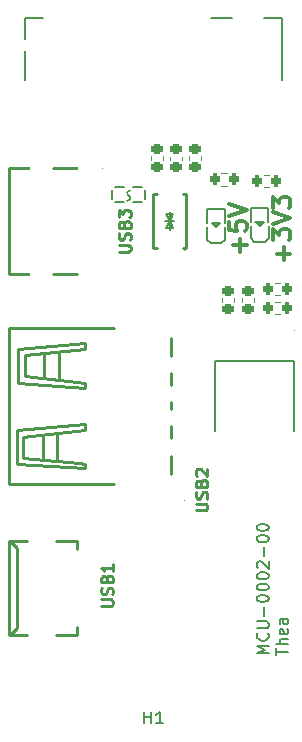
<source format=gbr>
%TF.GenerationSoftware,KiCad,Pcbnew,7.0.5*%
%TF.CreationDate,2023-08-28T16:59:48-05:00*%
%TF.ProjectId,Chimera_0002_thea,4368696d-6572-4615-9f30-3030325f7468,rev?*%
%TF.SameCoordinates,Original*%
%TF.FileFunction,Legend,Top*%
%TF.FilePolarity,Positive*%
%FSLAX46Y46*%
G04 Gerber Fmt 4.6, Leading zero omitted, Abs format (unit mm)*
G04 Created by KiCad (PCBNEW 7.0.5) date 2023-08-28 16:59:48*
%MOMM*%
%LPD*%
G01*
G04 APERTURE LIST*
G04 Aperture macros list*
%AMRoundRect*
0 Rectangle with rounded corners*
0 $1 Rounding radius*
0 $2 $3 $4 $5 $6 $7 $8 $9 X,Y pos of 4 corners*
0 Add a 4 corners polygon primitive as box body*
4,1,4,$2,$3,$4,$5,$6,$7,$8,$9,$2,$3,0*
0 Add four circle primitives for the rounded corners*
1,1,$1+$1,$2,$3*
1,1,$1+$1,$4,$5*
1,1,$1+$1,$6,$7*
1,1,$1+$1,$8,$9*
0 Add four rect primitives between the rounded corners*
20,1,$1+$1,$2,$3,$4,$5,0*
20,1,$1+$1,$4,$5,$6,$7,0*
20,1,$1+$1,$6,$7,$8,$9,0*
20,1,$1+$1,$8,$9,$2,$3,0*%
G04 Aperture macros list end*
%ADD10C,0.200000*%
%ADD11C,0.220000*%
%ADD12C,0.300000*%
%ADD13C,0.150000*%
%ADD14C,0.254000*%
%ADD15C,0.127000*%
%ADD16C,0.059995*%
%ADD17C,0.120000*%
%ADD18C,0.151994*%
%ADD19C,0.152400*%
%ADD20C,0.150013*%
%ADD21C,0.100000*%
%ADD22C,3.600000*%
%ADD23C,6.400000*%
%ADD24R,1.800000X2.000000*%
%ADD25RoundRect,0.225000X-0.250000X0.225000X-0.250000X-0.225000X0.250000X-0.225000X0.250000X0.225000X0*%
%ADD26RoundRect,0.200000X0.200000X0.275000X-0.200000X0.275000X-0.200000X-0.275000X0.200000X-0.275000X0*%
%ADD27C,1.200000*%
%ADD28C,1.800000*%
%ADD29R,0.300000X1.550013*%
%ADD30R,0.300000X1.524003*%
%ADD31R,1.300000X2.800000*%
%ADD32RoundRect,0.225000X0.250000X-0.225000X0.250000X0.225000X-0.250000X0.225000X-0.250000X-0.225000X0*%
%ADD33C,1.400051*%
%ADD34R,3.000000X1.000000*%
%ADD35R,5.499873X3.000000*%
%ADD36R,1.250013X0.400000*%
%ADD37O,2.200000X1.300000*%
%ADD38R,6.000000X6.500025*%
%ADD39R,0.806477X0.864008*%
%ADD40R,0.800000X0.800000*%
%ADD41C,0.649987*%
%ADD42O,2.100000X1.000000*%
%ADD43O,1.800000X1.000000*%
%ADD44R,1.240005X0.600000*%
%ADD45R,1.240005X0.300000*%
G04 APERTURE END LIST*
D10*
X122257219Y-148630326D02*
X121257219Y-148630326D01*
X121257219Y-148630326D02*
X121971504Y-148296993D01*
X121971504Y-148296993D02*
X121257219Y-147963660D01*
X121257219Y-147963660D02*
X122257219Y-147963660D01*
X122161980Y-146916041D02*
X122209600Y-146963660D01*
X122209600Y-146963660D02*
X122257219Y-147106517D01*
X122257219Y-147106517D02*
X122257219Y-147201755D01*
X122257219Y-147201755D02*
X122209600Y-147344612D01*
X122209600Y-147344612D02*
X122114361Y-147439850D01*
X122114361Y-147439850D02*
X122019123Y-147487469D01*
X122019123Y-147487469D02*
X121828647Y-147535088D01*
X121828647Y-147535088D02*
X121685790Y-147535088D01*
X121685790Y-147535088D02*
X121495314Y-147487469D01*
X121495314Y-147487469D02*
X121400076Y-147439850D01*
X121400076Y-147439850D02*
X121304838Y-147344612D01*
X121304838Y-147344612D02*
X121257219Y-147201755D01*
X121257219Y-147201755D02*
X121257219Y-147106517D01*
X121257219Y-147106517D02*
X121304838Y-146963660D01*
X121304838Y-146963660D02*
X121352457Y-146916041D01*
X121257219Y-146487469D02*
X122066742Y-146487469D01*
X122066742Y-146487469D02*
X122161980Y-146439850D01*
X122161980Y-146439850D02*
X122209600Y-146392231D01*
X122209600Y-146392231D02*
X122257219Y-146296993D01*
X122257219Y-146296993D02*
X122257219Y-146106517D01*
X122257219Y-146106517D02*
X122209600Y-146011279D01*
X122209600Y-146011279D02*
X122161980Y-145963660D01*
X122161980Y-145963660D02*
X122066742Y-145916041D01*
X122066742Y-145916041D02*
X121257219Y-145916041D01*
X121876266Y-145439850D02*
X121876266Y-144677946D01*
X121257219Y-144011279D02*
X121257219Y-143916041D01*
X121257219Y-143916041D02*
X121304838Y-143820803D01*
X121304838Y-143820803D02*
X121352457Y-143773184D01*
X121352457Y-143773184D02*
X121447695Y-143725565D01*
X121447695Y-143725565D02*
X121638171Y-143677946D01*
X121638171Y-143677946D02*
X121876266Y-143677946D01*
X121876266Y-143677946D02*
X122066742Y-143725565D01*
X122066742Y-143725565D02*
X122161980Y-143773184D01*
X122161980Y-143773184D02*
X122209600Y-143820803D01*
X122209600Y-143820803D02*
X122257219Y-143916041D01*
X122257219Y-143916041D02*
X122257219Y-144011279D01*
X122257219Y-144011279D02*
X122209600Y-144106517D01*
X122209600Y-144106517D02*
X122161980Y-144154136D01*
X122161980Y-144154136D02*
X122066742Y-144201755D01*
X122066742Y-144201755D02*
X121876266Y-144249374D01*
X121876266Y-144249374D02*
X121638171Y-144249374D01*
X121638171Y-144249374D02*
X121447695Y-144201755D01*
X121447695Y-144201755D02*
X121352457Y-144154136D01*
X121352457Y-144154136D02*
X121304838Y-144106517D01*
X121304838Y-144106517D02*
X121257219Y-144011279D01*
X121257219Y-143058898D02*
X121257219Y-142963660D01*
X121257219Y-142963660D02*
X121304838Y-142868422D01*
X121304838Y-142868422D02*
X121352457Y-142820803D01*
X121352457Y-142820803D02*
X121447695Y-142773184D01*
X121447695Y-142773184D02*
X121638171Y-142725565D01*
X121638171Y-142725565D02*
X121876266Y-142725565D01*
X121876266Y-142725565D02*
X122066742Y-142773184D01*
X122066742Y-142773184D02*
X122161980Y-142820803D01*
X122161980Y-142820803D02*
X122209600Y-142868422D01*
X122209600Y-142868422D02*
X122257219Y-142963660D01*
X122257219Y-142963660D02*
X122257219Y-143058898D01*
X122257219Y-143058898D02*
X122209600Y-143154136D01*
X122209600Y-143154136D02*
X122161980Y-143201755D01*
X122161980Y-143201755D02*
X122066742Y-143249374D01*
X122066742Y-143249374D02*
X121876266Y-143296993D01*
X121876266Y-143296993D02*
X121638171Y-143296993D01*
X121638171Y-143296993D02*
X121447695Y-143249374D01*
X121447695Y-143249374D02*
X121352457Y-143201755D01*
X121352457Y-143201755D02*
X121304838Y-143154136D01*
X121304838Y-143154136D02*
X121257219Y-143058898D01*
X121257219Y-142106517D02*
X121257219Y-142011279D01*
X121257219Y-142011279D02*
X121304838Y-141916041D01*
X121304838Y-141916041D02*
X121352457Y-141868422D01*
X121352457Y-141868422D02*
X121447695Y-141820803D01*
X121447695Y-141820803D02*
X121638171Y-141773184D01*
X121638171Y-141773184D02*
X121876266Y-141773184D01*
X121876266Y-141773184D02*
X122066742Y-141820803D01*
X122066742Y-141820803D02*
X122161980Y-141868422D01*
X122161980Y-141868422D02*
X122209600Y-141916041D01*
X122209600Y-141916041D02*
X122257219Y-142011279D01*
X122257219Y-142011279D02*
X122257219Y-142106517D01*
X122257219Y-142106517D02*
X122209600Y-142201755D01*
X122209600Y-142201755D02*
X122161980Y-142249374D01*
X122161980Y-142249374D02*
X122066742Y-142296993D01*
X122066742Y-142296993D02*
X121876266Y-142344612D01*
X121876266Y-142344612D02*
X121638171Y-142344612D01*
X121638171Y-142344612D02*
X121447695Y-142296993D01*
X121447695Y-142296993D02*
X121352457Y-142249374D01*
X121352457Y-142249374D02*
X121304838Y-142201755D01*
X121304838Y-142201755D02*
X121257219Y-142106517D01*
X121352457Y-141392231D02*
X121304838Y-141344612D01*
X121304838Y-141344612D02*
X121257219Y-141249374D01*
X121257219Y-141249374D02*
X121257219Y-141011279D01*
X121257219Y-141011279D02*
X121304838Y-140916041D01*
X121304838Y-140916041D02*
X121352457Y-140868422D01*
X121352457Y-140868422D02*
X121447695Y-140820803D01*
X121447695Y-140820803D02*
X121542933Y-140820803D01*
X121542933Y-140820803D02*
X121685790Y-140868422D01*
X121685790Y-140868422D02*
X122257219Y-141439850D01*
X122257219Y-141439850D02*
X122257219Y-140820803D01*
X121876266Y-140392231D02*
X121876266Y-139630327D01*
X121257219Y-138963660D02*
X121257219Y-138868422D01*
X121257219Y-138868422D02*
X121304838Y-138773184D01*
X121304838Y-138773184D02*
X121352457Y-138725565D01*
X121352457Y-138725565D02*
X121447695Y-138677946D01*
X121447695Y-138677946D02*
X121638171Y-138630327D01*
X121638171Y-138630327D02*
X121876266Y-138630327D01*
X121876266Y-138630327D02*
X122066742Y-138677946D01*
X122066742Y-138677946D02*
X122161980Y-138725565D01*
X122161980Y-138725565D02*
X122209600Y-138773184D01*
X122209600Y-138773184D02*
X122257219Y-138868422D01*
X122257219Y-138868422D02*
X122257219Y-138963660D01*
X122257219Y-138963660D02*
X122209600Y-139058898D01*
X122209600Y-139058898D02*
X122161980Y-139106517D01*
X122161980Y-139106517D02*
X122066742Y-139154136D01*
X122066742Y-139154136D02*
X121876266Y-139201755D01*
X121876266Y-139201755D02*
X121638171Y-139201755D01*
X121638171Y-139201755D02*
X121447695Y-139154136D01*
X121447695Y-139154136D02*
X121352457Y-139106517D01*
X121352457Y-139106517D02*
X121304838Y-139058898D01*
X121304838Y-139058898D02*
X121257219Y-138963660D01*
X121257219Y-138011279D02*
X121257219Y-137916041D01*
X121257219Y-137916041D02*
X121304838Y-137820803D01*
X121304838Y-137820803D02*
X121352457Y-137773184D01*
X121352457Y-137773184D02*
X121447695Y-137725565D01*
X121447695Y-137725565D02*
X121638171Y-137677946D01*
X121638171Y-137677946D02*
X121876266Y-137677946D01*
X121876266Y-137677946D02*
X122066742Y-137725565D01*
X122066742Y-137725565D02*
X122161980Y-137773184D01*
X122161980Y-137773184D02*
X122209600Y-137820803D01*
X122209600Y-137820803D02*
X122257219Y-137916041D01*
X122257219Y-137916041D02*
X122257219Y-138011279D01*
X122257219Y-138011279D02*
X122209600Y-138106517D01*
X122209600Y-138106517D02*
X122161980Y-138154136D01*
X122161980Y-138154136D02*
X122066742Y-138201755D01*
X122066742Y-138201755D02*
X121876266Y-138249374D01*
X121876266Y-138249374D02*
X121638171Y-138249374D01*
X121638171Y-138249374D02*
X121447695Y-138201755D01*
X121447695Y-138201755D02*
X121352457Y-138154136D01*
X121352457Y-138154136D02*
X121304838Y-138106517D01*
X121304838Y-138106517D02*
X121257219Y-138011279D01*
X122867219Y-148773183D02*
X122867219Y-148201755D01*
X123867219Y-148487469D02*
X122867219Y-148487469D01*
X123867219Y-147868421D02*
X122867219Y-147868421D01*
X123867219Y-147439850D02*
X123343409Y-147439850D01*
X123343409Y-147439850D02*
X123248171Y-147487469D01*
X123248171Y-147487469D02*
X123200552Y-147582707D01*
X123200552Y-147582707D02*
X123200552Y-147725564D01*
X123200552Y-147725564D02*
X123248171Y-147820802D01*
X123248171Y-147820802D02*
X123295790Y-147868421D01*
X123819600Y-146582707D02*
X123867219Y-146677945D01*
X123867219Y-146677945D02*
X123867219Y-146868421D01*
X123867219Y-146868421D02*
X123819600Y-146963659D01*
X123819600Y-146963659D02*
X123724361Y-147011278D01*
X123724361Y-147011278D02*
X123343409Y-147011278D01*
X123343409Y-147011278D02*
X123248171Y-146963659D01*
X123248171Y-146963659D02*
X123200552Y-146868421D01*
X123200552Y-146868421D02*
X123200552Y-146677945D01*
X123200552Y-146677945D02*
X123248171Y-146582707D01*
X123248171Y-146582707D02*
X123343409Y-146535088D01*
X123343409Y-146535088D02*
X123438647Y-146535088D01*
X123438647Y-146535088D02*
X123533885Y-147011278D01*
X123867219Y-145677945D02*
X123343409Y-145677945D01*
X123343409Y-145677945D02*
X123248171Y-145725564D01*
X123248171Y-145725564D02*
X123200552Y-145820802D01*
X123200552Y-145820802D02*
X123200552Y-146011278D01*
X123200552Y-146011278D02*
X123248171Y-146106516D01*
X123819600Y-145677945D02*
X123867219Y-145773183D01*
X123867219Y-145773183D02*
X123867219Y-146011278D01*
X123867219Y-146011278D02*
X123819600Y-146106516D01*
X123819600Y-146106516D02*
X123724361Y-146154135D01*
X123724361Y-146154135D02*
X123629123Y-146154135D01*
X123629123Y-146154135D02*
X123533885Y-146106516D01*
X123533885Y-146106516D02*
X123486266Y-146011278D01*
X123486266Y-146011278D02*
X123486266Y-145773183D01*
X123486266Y-145773183D02*
X123438647Y-145677945D01*
D11*
X109566179Y-114617168D02*
X110375702Y-114617168D01*
X110375702Y-114617168D02*
X110470940Y-114569549D01*
X110470940Y-114569549D02*
X110518560Y-114521930D01*
X110518560Y-114521930D02*
X110566179Y-114426692D01*
X110566179Y-114426692D02*
X110566179Y-114236216D01*
X110566179Y-114236216D02*
X110518560Y-114140978D01*
X110518560Y-114140978D02*
X110470940Y-114093359D01*
X110470940Y-114093359D02*
X110375702Y-114045740D01*
X110375702Y-114045740D02*
X109566179Y-114045740D01*
X110518560Y-113617168D02*
X110566179Y-113474311D01*
X110566179Y-113474311D02*
X110566179Y-113236216D01*
X110566179Y-113236216D02*
X110518560Y-113140978D01*
X110518560Y-113140978D02*
X110470940Y-113093359D01*
X110470940Y-113093359D02*
X110375702Y-113045740D01*
X110375702Y-113045740D02*
X110280464Y-113045740D01*
X110280464Y-113045740D02*
X110185226Y-113093359D01*
X110185226Y-113093359D02*
X110137607Y-113140978D01*
X110137607Y-113140978D02*
X110089988Y-113236216D01*
X110089988Y-113236216D02*
X110042369Y-113426692D01*
X110042369Y-113426692D02*
X109994750Y-113521930D01*
X109994750Y-113521930D02*
X109947131Y-113569549D01*
X109947131Y-113569549D02*
X109851893Y-113617168D01*
X109851893Y-113617168D02*
X109756655Y-113617168D01*
X109756655Y-113617168D02*
X109661417Y-113569549D01*
X109661417Y-113569549D02*
X109613798Y-113521930D01*
X109613798Y-113521930D02*
X109566179Y-113426692D01*
X109566179Y-113426692D02*
X109566179Y-113188597D01*
X109566179Y-113188597D02*
X109613798Y-113045740D01*
X110042369Y-112283835D02*
X110089988Y-112140978D01*
X110089988Y-112140978D02*
X110137607Y-112093359D01*
X110137607Y-112093359D02*
X110232845Y-112045740D01*
X110232845Y-112045740D02*
X110375702Y-112045740D01*
X110375702Y-112045740D02*
X110470940Y-112093359D01*
X110470940Y-112093359D02*
X110518560Y-112140978D01*
X110518560Y-112140978D02*
X110566179Y-112236216D01*
X110566179Y-112236216D02*
X110566179Y-112617168D01*
X110566179Y-112617168D02*
X109566179Y-112617168D01*
X109566179Y-112617168D02*
X109566179Y-112283835D01*
X109566179Y-112283835D02*
X109613798Y-112188597D01*
X109613798Y-112188597D02*
X109661417Y-112140978D01*
X109661417Y-112140978D02*
X109756655Y-112093359D01*
X109756655Y-112093359D02*
X109851893Y-112093359D01*
X109851893Y-112093359D02*
X109947131Y-112140978D01*
X109947131Y-112140978D02*
X109994750Y-112188597D01*
X109994750Y-112188597D02*
X110042369Y-112283835D01*
X110042369Y-112283835D02*
X110042369Y-112617168D01*
X109566179Y-111712406D02*
X109566179Y-111093359D01*
X109566179Y-111093359D02*
X109947131Y-111426692D01*
X109947131Y-111426692D02*
X109947131Y-111283835D01*
X109947131Y-111283835D02*
X109994750Y-111188597D01*
X109994750Y-111188597D02*
X110042369Y-111140978D01*
X110042369Y-111140978D02*
X110137607Y-111093359D01*
X110137607Y-111093359D02*
X110375702Y-111093359D01*
X110375702Y-111093359D02*
X110470940Y-111140978D01*
X110470940Y-111140978D02*
X110518560Y-111188597D01*
X110518560Y-111188597D02*
X110566179Y-111283835D01*
X110566179Y-111283835D02*
X110566179Y-111569549D01*
X110566179Y-111569549D02*
X110518560Y-111664787D01*
X110518560Y-111664787D02*
X110470940Y-111712406D01*
X116066179Y-136517168D02*
X116875702Y-136517168D01*
X116875702Y-136517168D02*
X116970940Y-136469549D01*
X116970940Y-136469549D02*
X117018560Y-136421930D01*
X117018560Y-136421930D02*
X117066179Y-136326692D01*
X117066179Y-136326692D02*
X117066179Y-136136216D01*
X117066179Y-136136216D02*
X117018560Y-136040978D01*
X117018560Y-136040978D02*
X116970940Y-135993359D01*
X116970940Y-135993359D02*
X116875702Y-135945740D01*
X116875702Y-135945740D02*
X116066179Y-135945740D01*
X117018560Y-135517168D02*
X117066179Y-135374311D01*
X117066179Y-135374311D02*
X117066179Y-135136216D01*
X117066179Y-135136216D02*
X117018560Y-135040978D01*
X117018560Y-135040978D02*
X116970940Y-134993359D01*
X116970940Y-134993359D02*
X116875702Y-134945740D01*
X116875702Y-134945740D02*
X116780464Y-134945740D01*
X116780464Y-134945740D02*
X116685226Y-134993359D01*
X116685226Y-134993359D02*
X116637607Y-135040978D01*
X116637607Y-135040978D02*
X116589988Y-135136216D01*
X116589988Y-135136216D02*
X116542369Y-135326692D01*
X116542369Y-135326692D02*
X116494750Y-135421930D01*
X116494750Y-135421930D02*
X116447131Y-135469549D01*
X116447131Y-135469549D02*
X116351893Y-135517168D01*
X116351893Y-135517168D02*
X116256655Y-135517168D01*
X116256655Y-135517168D02*
X116161417Y-135469549D01*
X116161417Y-135469549D02*
X116113798Y-135421930D01*
X116113798Y-135421930D02*
X116066179Y-135326692D01*
X116066179Y-135326692D02*
X116066179Y-135088597D01*
X116066179Y-135088597D02*
X116113798Y-134945740D01*
X116542369Y-134183835D02*
X116589988Y-134040978D01*
X116589988Y-134040978D02*
X116637607Y-133993359D01*
X116637607Y-133993359D02*
X116732845Y-133945740D01*
X116732845Y-133945740D02*
X116875702Y-133945740D01*
X116875702Y-133945740D02*
X116970940Y-133993359D01*
X116970940Y-133993359D02*
X117018560Y-134040978D01*
X117018560Y-134040978D02*
X117066179Y-134136216D01*
X117066179Y-134136216D02*
X117066179Y-134517168D01*
X117066179Y-134517168D02*
X116066179Y-134517168D01*
X116066179Y-134517168D02*
X116066179Y-134183835D01*
X116066179Y-134183835D02*
X116113798Y-134088597D01*
X116113798Y-134088597D02*
X116161417Y-134040978D01*
X116161417Y-134040978D02*
X116256655Y-133993359D01*
X116256655Y-133993359D02*
X116351893Y-133993359D01*
X116351893Y-133993359D02*
X116447131Y-134040978D01*
X116447131Y-134040978D02*
X116494750Y-134088597D01*
X116494750Y-134088597D02*
X116542369Y-134183835D01*
X116542369Y-134183835D02*
X116542369Y-134517168D01*
X116161417Y-133564787D02*
X116113798Y-133517168D01*
X116113798Y-133517168D02*
X116066179Y-133421930D01*
X116066179Y-133421930D02*
X116066179Y-133183835D01*
X116066179Y-133183835D02*
X116113798Y-133088597D01*
X116113798Y-133088597D02*
X116161417Y-133040978D01*
X116161417Y-133040978D02*
X116256655Y-132993359D01*
X116256655Y-132993359D02*
X116351893Y-132993359D01*
X116351893Y-132993359D02*
X116494750Y-133040978D01*
X116494750Y-133040978D02*
X117066179Y-133612406D01*
X117066179Y-133612406D02*
X117066179Y-132993359D01*
X108066179Y-144617168D02*
X108875702Y-144617168D01*
X108875702Y-144617168D02*
X108970940Y-144569549D01*
X108970940Y-144569549D02*
X109018560Y-144521930D01*
X109018560Y-144521930D02*
X109066179Y-144426692D01*
X109066179Y-144426692D02*
X109066179Y-144236216D01*
X109066179Y-144236216D02*
X109018560Y-144140978D01*
X109018560Y-144140978D02*
X108970940Y-144093359D01*
X108970940Y-144093359D02*
X108875702Y-144045740D01*
X108875702Y-144045740D02*
X108066179Y-144045740D01*
X109018560Y-143617168D02*
X109066179Y-143474311D01*
X109066179Y-143474311D02*
X109066179Y-143236216D01*
X109066179Y-143236216D02*
X109018560Y-143140978D01*
X109018560Y-143140978D02*
X108970940Y-143093359D01*
X108970940Y-143093359D02*
X108875702Y-143045740D01*
X108875702Y-143045740D02*
X108780464Y-143045740D01*
X108780464Y-143045740D02*
X108685226Y-143093359D01*
X108685226Y-143093359D02*
X108637607Y-143140978D01*
X108637607Y-143140978D02*
X108589988Y-143236216D01*
X108589988Y-143236216D02*
X108542369Y-143426692D01*
X108542369Y-143426692D02*
X108494750Y-143521930D01*
X108494750Y-143521930D02*
X108447131Y-143569549D01*
X108447131Y-143569549D02*
X108351893Y-143617168D01*
X108351893Y-143617168D02*
X108256655Y-143617168D01*
X108256655Y-143617168D02*
X108161417Y-143569549D01*
X108161417Y-143569549D02*
X108113798Y-143521930D01*
X108113798Y-143521930D02*
X108066179Y-143426692D01*
X108066179Y-143426692D02*
X108066179Y-143188597D01*
X108066179Y-143188597D02*
X108113798Y-143045740D01*
X108542369Y-142283835D02*
X108589988Y-142140978D01*
X108589988Y-142140978D02*
X108637607Y-142093359D01*
X108637607Y-142093359D02*
X108732845Y-142045740D01*
X108732845Y-142045740D02*
X108875702Y-142045740D01*
X108875702Y-142045740D02*
X108970940Y-142093359D01*
X108970940Y-142093359D02*
X109018560Y-142140978D01*
X109018560Y-142140978D02*
X109066179Y-142236216D01*
X109066179Y-142236216D02*
X109066179Y-142617168D01*
X109066179Y-142617168D02*
X108066179Y-142617168D01*
X108066179Y-142617168D02*
X108066179Y-142283835D01*
X108066179Y-142283835D02*
X108113798Y-142188597D01*
X108113798Y-142188597D02*
X108161417Y-142140978D01*
X108161417Y-142140978D02*
X108256655Y-142093359D01*
X108256655Y-142093359D02*
X108351893Y-142093359D01*
X108351893Y-142093359D02*
X108447131Y-142140978D01*
X108447131Y-142140978D02*
X108494750Y-142188597D01*
X108494750Y-142188597D02*
X108542369Y-142283835D01*
X108542369Y-142283835D02*
X108542369Y-142617168D01*
X109066179Y-141093359D02*
X109066179Y-141664787D01*
X109066179Y-141379073D02*
X108066179Y-141379073D01*
X108066179Y-141379073D02*
X108209036Y-141474311D01*
X108209036Y-141474311D02*
X108304274Y-141569549D01*
X108304274Y-141569549D02*
X108351893Y-141664787D01*
D12*
X123529400Y-115345489D02*
X123529400Y-114202632D01*
X124100828Y-114774060D02*
X122957971Y-114774060D01*
X122600828Y-113631203D02*
X122600828Y-112702631D01*
X122600828Y-112702631D02*
X123172257Y-113202631D01*
X123172257Y-113202631D02*
X123172257Y-112988346D01*
X123172257Y-112988346D02*
X123243685Y-112845489D01*
X123243685Y-112845489D02*
X123315114Y-112774060D01*
X123315114Y-112774060D02*
X123457971Y-112702631D01*
X123457971Y-112702631D02*
X123815114Y-112702631D01*
X123815114Y-112702631D02*
X123957971Y-112774060D01*
X123957971Y-112774060D02*
X124029400Y-112845489D01*
X124029400Y-112845489D02*
X124100828Y-112988346D01*
X124100828Y-112988346D02*
X124100828Y-113416917D01*
X124100828Y-113416917D02*
X124029400Y-113559774D01*
X124029400Y-113559774D02*
X123957971Y-113631203D01*
X122600828Y-112274060D02*
X124100828Y-111774060D01*
X124100828Y-111774060D02*
X122600828Y-111274060D01*
X122600828Y-110916918D02*
X122600828Y-109988346D01*
X122600828Y-109988346D02*
X123172257Y-110488346D01*
X123172257Y-110488346D02*
X123172257Y-110274061D01*
X123172257Y-110274061D02*
X123243685Y-110131204D01*
X123243685Y-110131204D02*
X123315114Y-110059775D01*
X123315114Y-110059775D02*
X123457971Y-109988346D01*
X123457971Y-109988346D02*
X123815114Y-109988346D01*
X123815114Y-109988346D02*
X123957971Y-110059775D01*
X123957971Y-110059775D02*
X124029400Y-110131204D01*
X124029400Y-110131204D02*
X124100828Y-110274061D01*
X124100828Y-110274061D02*
X124100828Y-110702632D01*
X124100828Y-110702632D02*
X124029400Y-110845489D01*
X124029400Y-110845489D02*
X123957971Y-110916918D01*
X119829400Y-114645489D02*
X119829400Y-113502632D01*
X120400828Y-114074060D02*
X119257971Y-114074060D01*
X118900828Y-112074060D02*
X118900828Y-112788346D01*
X118900828Y-112788346D02*
X119615114Y-112859774D01*
X119615114Y-112859774D02*
X119543685Y-112788346D01*
X119543685Y-112788346D02*
X119472257Y-112645489D01*
X119472257Y-112645489D02*
X119472257Y-112288346D01*
X119472257Y-112288346D02*
X119543685Y-112145489D01*
X119543685Y-112145489D02*
X119615114Y-112074060D01*
X119615114Y-112074060D02*
X119757971Y-112002631D01*
X119757971Y-112002631D02*
X120115114Y-112002631D01*
X120115114Y-112002631D02*
X120257971Y-112074060D01*
X120257971Y-112074060D02*
X120329400Y-112145489D01*
X120329400Y-112145489D02*
X120400828Y-112288346D01*
X120400828Y-112288346D02*
X120400828Y-112645489D01*
X120400828Y-112645489D02*
X120329400Y-112788346D01*
X120329400Y-112788346D02*
X120257971Y-112859774D01*
X118900828Y-111574060D02*
X120400828Y-111074060D01*
X120400828Y-111074060D02*
X118900828Y-110574060D01*
D13*
%TO.C,H1*%
X111738095Y-154554819D02*
X111738095Y-153554819D01*
X111738095Y-154031009D02*
X112309523Y-154031009D01*
X112309523Y-154554819D02*
X112309523Y-153554819D01*
X113309523Y-154554819D02*
X112738095Y-154554819D01*
X113023809Y-154554819D02*
X113023809Y-153554819D01*
X113023809Y-153554819D02*
X112928571Y-153697676D01*
X112928571Y-153697676D02*
X112833333Y-153792914D01*
X112833333Y-153792914D02*
X112738095Y-153840533D01*
D14*
%TO.C,U3*%
X112500025Y-114300025D02*
X112768885Y-114300025D01*
X112500025Y-114300025D02*
X112500025Y-109700025D01*
X115031166Y-114300025D02*
X115300025Y-114300025D01*
X115300025Y-114300025D02*
X115300025Y-109700025D01*
D15*
X113897054Y-112759995D02*
X113897054Y-111270053D01*
X113597028Y-112590043D02*
X114197003Y-112590043D01*
X113597028Y-112590043D02*
X113886005Y-112002032D01*
X114184049Y-112576073D02*
X113885014Y-112004013D01*
X113886005Y-112002032D02*
X113505004Y-112002032D01*
X113886005Y-112002032D02*
X114267005Y-112002032D01*
X114187071Y-111460046D02*
X113886005Y-112002032D01*
X113587046Y-111430048D02*
X113886005Y-112002032D01*
X113587046Y-111430048D02*
X114187071Y-111430048D01*
D14*
X112500025Y-109700025D02*
X112768885Y-109700025D01*
X115031166Y-109700025D02*
X115300025Y-109700025D01*
D16*
X115180137Y-114484989D02*
G75*
G03*
X115180137Y-114484989I-29972J0D01*
G01*
D17*
%TO.C,C3*%
X116510000Y-106534420D02*
X116510000Y-106815580D01*
X115490000Y-106534420D02*
X115490000Y-106815580D01*
%TO.C,R3*%
X123237258Y-119922500D02*
X122762742Y-119922500D01*
X123237258Y-118877500D02*
X122762742Y-118877500D01*
%TO.C,C4*%
X119310000Y-118559420D02*
X119310000Y-118840580D01*
X118290000Y-118559420D02*
X118290000Y-118840580D01*
%TO.C,R4*%
X123237258Y-118322500D02*
X122762742Y-118322500D01*
X123237258Y-117277500D02*
X122762742Y-117277500D01*
D18*
%TO.C,CN1*%
X123401130Y-94865328D02*
X123401130Y-100095199D01*
X121849187Y-94865328D02*
X123401130Y-94865328D01*
X121849187Y-94865328D02*
X121844996Y-94865328D01*
X119154724Y-94865328D02*
X117344996Y-94865328D01*
X101600266Y-96602692D02*
X101600266Y-94865328D01*
X101600266Y-94865328D02*
X103159829Y-94865328D01*
X101599936Y-100094996D02*
X101599936Y-97647853D01*
D16*
X123429958Y-102725247D02*
G75*
G03*
X123429958Y-102725247I-29997J0D01*
G01*
D17*
%TO.C,R1*%
X118737258Y-109022500D02*
X118262742Y-109022500D01*
X118737258Y-107977500D02*
X118262742Y-107977500D01*
%TO.C,R2*%
X122312258Y-109172500D02*
X121837742Y-109172500D01*
X122312258Y-108127500D02*
X121837742Y-108127500D01*
%TO.C,C5*%
X119990000Y-118840580D02*
X119990000Y-118559420D01*
X121010000Y-118840580D02*
X121010000Y-118559420D01*
D14*
%TO.C,USB2*%
X108400178Y-121059576D02*
X109163170Y-121059576D01*
X100282068Y-121059576D02*
X108400178Y-121059576D01*
X100282068Y-121059576D02*
X100282068Y-134259474D01*
X113956312Y-121881648D02*
X113956312Y-123418733D01*
X106741808Y-122379108D02*
X106741808Y-122887109D01*
X101001397Y-122861709D02*
X106741808Y-122379108D01*
X106741808Y-122887109D02*
X101606680Y-123392316D01*
X104476632Y-123164732D02*
X104476632Y-125424829D01*
X103266574Y-123304686D02*
X103266574Y-125334658D01*
X101606680Y-123392316D02*
X101606680Y-125142634D01*
X113956312Y-124881013D02*
X113956312Y-125918733D01*
X101606680Y-125142634D02*
X106741808Y-125731915D01*
X106741808Y-125731915D02*
X106741808Y-126112916D01*
X101001397Y-125757315D02*
X101001397Y-122861709D01*
X106741808Y-126112916D02*
X101001397Y-125757315D01*
X113956312Y-127381013D02*
X113956312Y-127918733D01*
X106676276Y-129213500D02*
X106672466Y-129722263D01*
X113956312Y-129381013D02*
X113956312Y-130418733D01*
X100941199Y-129708547D02*
X106676276Y-129213500D01*
X106672466Y-129722263D02*
X102132207Y-130232550D01*
X104377572Y-130045860D02*
X104377572Y-132305956D01*
X103167513Y-130185814D02*
X103167513Y-132215786D01*
X102132207Y-130232550D02*
X101454026Y-130307734D01*
X101454026Y-130307734D02*
X101464694Y-132057544D01*
X113956312Y-131881013D02*
X113956312Y-133419368D01*
X101464694Y-132057544D02*
X106242951Y-132531509D01*
X106242951Y-132531509D02*
X106672974Y-132561481D01*
X106672974Y-132561481D02*
X106672974Y-132941720D01*
X100936373Y-132593739D02*
X100941199Y-129708547D01*
X106672974Y-132941720D02*
X100936373Y-132593739D01*
X108400178Y-134259474D02*
X109163170Y-134259474D01*
X100282068Y-134259474D02*
X108400178Y-134259474D01*
D16*
X115174931Y-135650025D02*
G75*
G03*
X115174931Y-135650025I-29998J0D01*
G01*
D14*
%TO.C,USB1*%
X106009957Y-139099314D02*
X104236322Y-139099314D01*
X106009957Y-139099314D02*
X106009957Y-139815037D01*
X101836322Y-139099314D02*
X100270053Y-139099314D01*
X100369875Y-139129286D02*
X100959918Y-139719330D01*
X100270053Y-139129286D02*
X100369875Y-139129286D01*
X106010338Y-146385065D02*
X106009957Y-147099060D01*
X100959918Y-146489205D02*
X100959918Y-139719330D01*
X100369875Y-147079248D02*
X100959918Y-146489205D01*
X100249987Y-147079248D02*
X100369875Y-147079248D01*
X101836322Y-147099314D02*
X100249987Y-147099314D01*
X100250317Y-147099314D02*
X100249987Y-139099314D01*
X106010338Y-147100051D02*
X104236322Y-147100305D01*
D16*
X106067996Y-139100051D02*
G75*
G03*
X106067996Y-139100051I-29972J0D01*
G01*
D19*
%TO.C,Q1*%
X124439599Y-123843739D02*
X117747193Y-123843739D01*
X124439599Y-129811176D02*
X124439599Y-123843739D01*
X117747193Y-129811176D02*
X117747193Y-123843739D01*
D16*
X124429997Y-121302159D02*
G75*
G03*
X124429997Y-121302159I-29997J0D01*
G01*
D18*
%TO.C,F1*%
X109002997Y-109418999D02*
X109002997Y-110181001D01*
X110018999Y-109164999D02*
X109256998Y-109164999D01*
X110018999Y-110435001D02*
X109256998Y-110435001D01*
X110781001Y-109164999D02*
X111543002Y-109164999D01*
X110781001Y-110435001D02*
X111543002Y-110435001D01*
X111797003Y-109418999D02*
X111797003Y-110181001D01*
X110527001Y-109419000D02*
G75*
G03*
X110368250Y-109863500I-31434J-239372D01*
G01*
X110273000Y-110308001D02*
G75*
G03*
X110369139Y-109863500I20487J228216D01*
G01*
D16*
X109629997Y-110200000D02*
G75*
G03*
X109629997Y-110200000I-29997J0D01*
G01*
D17*
%TO.C,C2*%
X114910000Y-106559420D02*
X114910000Y-106840580D01*
X113890000Y-106559420D02*
X113890000Y-106840580D01*
%TO.C,C1*%
X113310000Y-106534420D02*
X113310000Y-106815580D01*
X112290000Y-106534420D02*
X112290000Y-106815580D01*
D20*
%TO.C,LED1*%
X121045669Y-113789078D02*
X120745720Y-113489129D01*
X121145822Y-113789078D02*
X121045669Y-113789078D01*
X121145822Y-113789078D02*
X121845771Y-113789078D01*
X121845771Y-113789078D02*
X121945796Y-113789078D01*
X121945796Y-113789078D02*
X122245847Y-113489129D01*
X120745720Y-112439015D02*
X120745720Y-113489129D01*
X122245847Y-112439015D02*
X122245847Y-113489129D01*
X121823520Y-112089002D02*
X121493472Y-112419050D01*
X121143485Y-112079045D02*
X121153467Y-112079045D01*
X121143485Y-112079045D02*
X121823520Y-112079045D01*
X121153467Y-112079045D02*
X121493472Y-112419050D01*
X121493472Y-112079045D02*
X121493472Y-112419050D01*
X121823520Y-112079045D02*
X121823520Y-112089002D01*
X120743409Y-112059005D02*
X120743409Y-110908992D01*
X122243536Y-112059005D02*
X122243536Y-110908992D01*
X120743510Y-110908992D02*
X122223444Y-110908992D01*
D16*
X121933452Y-113098934D02*
G75*
G03*
X121933452Y-113098934I-29972J0D01*
G01*
D14*
%TO.C,U1*%
X103997010Y-107499975D02*
X106009913Y-107499975D01*
X100288450Y-107499975D02*
X101979891Y-107499975D01*
X103997010Y-116500001D02*
X106009913Y-116500001D01*
X100288450Y-116500001D02*
X100288450Y-107499975D01*
X100288450Y-116500001D02*
X101979891Y-116500001D01*
D16*
X108248521Y-107529973D02*
G75*
G03*
X108248521Y-107529973I-29997J0D01*
G01*
D20*
%TO.C,LED2*%
X117345669Y-113889078D02*
X117045720Y-113589129D01*
X117445822Y-113889078D02*
X117345669Y-113889078D01*
X117445822Y-113889078D02*
X118145771Y-113889078D01*
X118145771Y-113889078D02*
X118245796Y-113889078D01*
X118245796Y-113889078D02*
X118545847Y-113589129D01*
X117045720Y-112539015D02*
X117045720Y-113589129D01*
X118545847Y-112539015D02*
X118545847Y-113589129D01*
X118123520Y-112189002D02*
X117793472Y-112519050D01*
X117443485Y-112179045D02*
X117453467Y-112179045D01*
X117443485Y-112179045D02*
X118123520Y-112179045D01*
X117453467Y-112179045D02*
X117793472Y-112519050D01*
X117793472Y-112179045D02*
X117793472Y-112519050D01*
X118123520Y-112179045D02*
X118123520Y-112189002D01*
X117043409Y-112159005D02*
X117043409Y-111008992D01*
X118543536Y-112159005D02*
X118543536Y-111008992D01*
X117043510Y-111008992D02*
X118523444Y-111008992D01*
D16*
X118233452Y-113198934D02*
G75*
G03*
X118233452Y-113198934I-29972J0D01*
G01*
%TD*%
%LPC*%
%TO.C,U2*%
D21*
X122425000Y-91900000D02*
X119225000Y-91900000D01*
X119225000Y-89900000D01*
X122425000Y-89900000D01*
X122425000Y-91900000D01*
G36*
X122425000Y-91900000D02*
G01*
X119225000Y-91900000D01*
X119225000Y-89900000D01*
X122425000Y-89900000D01*
X122425000Y-91900000D01*
G37*
X118025000Y-91900000D02*
X102575000Y-91900000D01*
X102575000Y-89900000D01*
X118025000Y-89900000D01*
X118025000Y-91900000D01*
G36*
X118025000Y-91900000D02*
G01*
X102575000Y-91900000D01*
X102575000Y-89900000D01*
X118025000Y-89900000D01*
X118025000Y-91900000D01*
G37*
%TD*%
D22*
%TO.C,H1*%
X112500000Y-149900000D03*
D23*
X112500000Y-149900000D03*
%TD*%
D24*
%TO.C,U3*%
X113899975Y-114000102D03*
X113899975Y-110000102D03*
%TD*%
D25*
%TO.C,C3*%
X116000000Y-105900000D03*
X116000000Y-107450000D03*
%TD*%
D26*
%TO.C,R3*%
X123825000Y-119400000D03*
X122175000Y-119400000D03*
%TD*%
D25*
%TO.C,C4*%
X118800000Y-117925000D03*
X118800000Y-119475000D03*
%TD*%
D26*
%TO.C,R4*%
X123825000Y-117800000D03*
X122175000Y-117800000D03*
%TD*%
D27*
%TO.C,CN1*%
X122499936Y-97125171D03*
D28*
X102499936Y-97125171D03*
D29*
X121749872Y-102400000D03*
X121499936Y-94850088D03*
X121250000Y-102400000D03*
X120999809Y-94850088D03*
X120749872Y-102400000D03*
X120499936Y-94850088D03*
X120250000Y-102400000D03*
X119999809Y-94850088D03*
X119749872Y-102400000D03*
X119499936Y-94850088D03*
X119250000Y-102400000D03*
X116999809Y-94850088D03*
X116749872Y-102400000D03*
X116499936Y-94850088D03*
X116250000Y-102400000D03*
X115999809Y-94850088D03*
X115749872Y-102400000D03*
X115499936Y-94850088D03*
X115250000Y-102400000D03*
X114999809Y-94850088D03*
X114749872Y-102400000D03*
X114499936Y-94850088D03*
X114250000Y-102400000D03*
X113999809Y-94850088D03*
X113749872Y-102400000D03*
X113499936Y-94850088D03*
X113250000Y-102400000D03*
X112999809Y-94850088D03*
X112749872Y-102400000D03*
X112499936Y-94850088D03*
X112250000Y-102400000D03*
X111999809Y-94850088D03*
X111749872Y-102400000D03*
X111499936Y-94850342D03*
X111250000Y-102400000D03*
X110999809Y-94850342D03*
X110749872Y-102400000D03*
X110499936Y-94850342D03*
X110250000Y-102400000D03*
X109999809Y-94850342D03*
X109749872Y-102400000D03*
X109499936Y-94850342D03*
X109250000Y-102400000D03*
X108999809Y-94850342D03*
X108749872Y-102400000D03*
X108499936Y-94850342D03*
X108250000Y-102400000D03*
X107999809Y-94850342D03*
X107749872Y-102400000D03*
X107499936Y-94850342D03*
D30*
X107250000Y-102400254D03*
X106999809Y-94850342D03*
X106749872Y-102400254D03*
X106499936Y-94850342D03*
X106250000Y-102400254D03*
X105999809Y-94850342D03*
X105749872Y-102400254D03*
X105499936Y-94850342D03*
D29*
X105250000Y-102400000D03*
X104999809Y-94850342D03*
X104749872Y-102400000D03*
X104499936Y-94850342D03*
X104250000Y-102400000D03*
X103999809Y-94850342D03*
X103749872Y-102400000D03*
X103499936Y-94850342D03*
X103250000Y-102400000D03*
D31*
X102149923Y-101675082D03*
X122849949Y-101675082D03*
%TD*%
D26*
%TO.C,R1*%
X119325000Y-108500000D03*
X117675000Y-108500000D03*
%TD*%
%TO.C,R2*%
X122900000Y-108650000D03*
X121250000Y-108650000D03*
%TD*%
D32*
%TO.C,C5*%
X120500000Y-119475000D03*
X120500000Y-117925000D03*
%TD*%
D33*
%TO.C,USB2*%
X110444882Y-125150000D03*
X110444882Y-130150000D03*
D34*
X114844933Y-131150000D03*
X114844933Y-128649873D03*
X114844933Y-126649873D03*
X114844933Y-124150000D03*
D35*
X112145161Y-120149492D03*
X112145161Y-135150508D03*
%TD*%
D36*
%TO.C,USB1*%
X105749733Y-141800076D03*
X105749733Y-142450064D03*
X105749733Y-143100051D03*
X105749733Y-143750038D03*
X105749733Y-144400026D03*
D27*
X105749987Y-140675108D03*
D37*
X103100000Y-139500102D03*
X103100000Y-146700000D03*
D27*
X105749987Y-145524994D03*
%TD*%
D31*
%TO.C,Q1*%
X123372797Y-122008026D03*
D38*
X121100000Y-128591974D03*
D31*
X118827203Y-122008026D03*
%TD*%
D39*
%TO.C,F1*%
X109646634Y-109800000D03*
X111153366Y-109800000D03*
%TD*%
D25*
%TO.C,C2*%
X114400000Y-105925000D03*
X114400000Y-107475000D03*
%TD*%
%TO.C,C1*%
X112800000Y-105900000D03*
X112800000Y-107450000D03*
%TD*%
D40*
%TO.C,LED1*%
X121503429Y-113098934D03*
X121496571Y-111500000D03*
%TD*%
D41*
%TO.C,U1*%
X106598661Y-109100077D03*
X106598661Y-114890018D03*
D42*
X107098534Y-107679960D03*
X107098534Y-116320041D03*
D43*
X102918448Y-116320041D03*
X102918448Y-107679960D03*
D44*
X107718549Y-108800102D03*
X107718549Y-109599950D03*
D45*
X107718549Y-110750064D03*
X107718549Y-111750064D03*
X107718549Y-112249937D03*
X107718549Y-113249937D03*
D44*
X107718549Y-115199899D03*
X107718549Y-114400051D03*
D45*
X107718549Y-113750064D03*
X107718549Y-112750064D03*
X107718549Y-111249937D03*
X107718549Y-110249937D03*
%TD*%
D40*
%TO.C,LED2*%
X117803429Y-113198934D03*
X117796571Y-111600000D03*
%TD*%
%LPD*%
M02*

</source>
